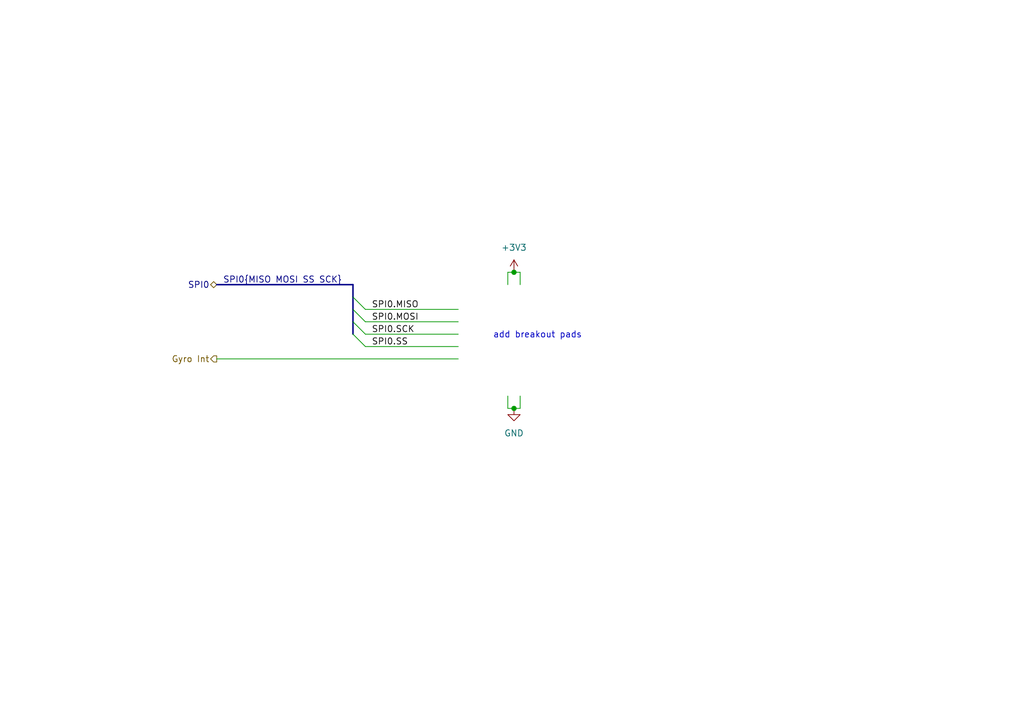
<source format=kicad_sch>
(kicad_sch (version 20250114) (generator "eeschema") (generator_version "9.0")
  (paper "A5")
  (lib_symbols
    (symbol "power:+3V3" (power) (pin_numbers (hide yes)) (pin_names (offset 0) (hide yes))
      (property "Value" "+3V3" (at 0 3.556 0))
      (symbol "+3V3_0_1"
        (polyline (pts (xy -0.762 1.27) (xy 0 2.54)))
        (polyline (pts (xy 0 2.54) (xy 0.762 1.27)))
        (polyline (pts (xy 0 0) (xy 0 2.54)))
      )
      (symbol "+3V3_1_1"
        (pin power_in line (at 0 0 90) (length 0) (name "~") (number "1"))
      )
    )
    (symbol "power:GND" (power) (pin_numbers (hide yes)) (pin_names (offset 0) (hide yes))
      (property "Value" "GND" (at 0 -3.81 0))
      (symbol "GND_0_1"
        (polyline (pts (xy 0 0) (xy 0 -1.27) (xy 1.27 -1.27) (xy 0 -2.54) (xy -1.27 -1.27) (xy 0 -1.27)))
      )
      (symbol "GND_1_1"
        (pin power_in line (at 0 0 270) (length 0) (name "~") (number "1"))
      )
    )
  )
  (text "add breakout pads" (at 110.236 68.834 0) (effects (font (size 1.27 1.27))))
  (junction (at 105.41 55.88))
  (junction (at 105.41 83.82))
  (bus_entry (at 74.93 63.5) (size -2.54 -2.54))
  (bus_entry (at 74.93 68.58) (size -2.54 -2.54))
  (bus_entry (at 74.93 71.12) (size -2.54 -2.54))
  (bus_entry (at 74.93 66.04) (size -2.54 -2.54))
  (wire (pts (xy 106.68 55.88) (xy 106.68 58.42)))
  (bus (pts (xy 44.45 58.42) (xy 72.39 58.42)))
  (wire (pts (xy 104.14 81.28) (xy 104.14 83.82)))
  (wire (pts (xy 105.41 83.82) (xy 106.68 83.82)))
  (bus (pts (xy 72.39 60.96) (xy 72.39 63.5)))
  (bus (pts (xy 72.39 63.5) (xy 72.39 66.04)))
  (wire (pts (xy 106.68 83.82) (xy 106.68 81.28)))
  (wire (pts (xy 74.93 66.04) (xy 93.98 66.04)))
  (wire (pts (xy 74.93 63.5) (xy 93.98 63.5)))
  (bus (pts (xy 72.39 66.04) (xy 72.39 68.58)))
  (wire (pts (xy 104.14 55.88) (xy 105.41 55.88)))
  (wire (pts (xy 104.14 83.82) (xy 105.41 83.82)))
  (wire (pts (xy 105.41 55.88) (xy 106.68 55.88)))
  (wire (pts (xy 44.45 73.66) (xy 93.98 73.66)))
  (wire (pts (xy 74.93 71.12) (xy 93.98 71.12)))
  (wire (pts (xy 104.14 58.42) (xy 104.14 55.88)))
  (wire (pts (xy 74.93 68.58) (xy 93.98 68.58)))
  (bus (pts (xy 72.39 58.42) (xy 72.39 60.96)))
  (label "SPI0.MOSI" (at 76.2 66.04 0))
  (label "SPI0.MISO" (at 76.2 63.5 0))
  (label "SPI0.SS" (at 76.2 71.12 0))
  (label "SPI0.SCK" (at 76.2 68.58 0))
  (label "SPI0{MISO MOSI SS SCK}" (at 45.72 58.42 0))
  (hierarchical_label "Gyro Int" (shape output) (at 44.45 73.66 180))
  (hierarchical_label "SPI0" (shape bidirectional) (at 44.45 58.42 180))
  (symbol (lib_id "power:+3V3") (at 105.41 55.88 0) (unit 1)
    (property "Reference" "#PWR027" (effects (hide yes)))
    (property "Value" "+3V3" (at 105.41 50.8 0))
    (property "Description" "Power symbol creates a global label with name \"+3V3\"" (effects (hide yes)))
  )
  (symbol (lib_id "power:GND") (at 105.41 83.82 0) (unit 1)
    (property "Reference" "#PWR026" (effects (hide yes)))
    (property "Value" "GND" (at 105.41 88.9 0))
    (property "Description" "Power symbol creates a global label with name \"GND\" , ground" (effects (hide yes)))
  )
)
</source>
